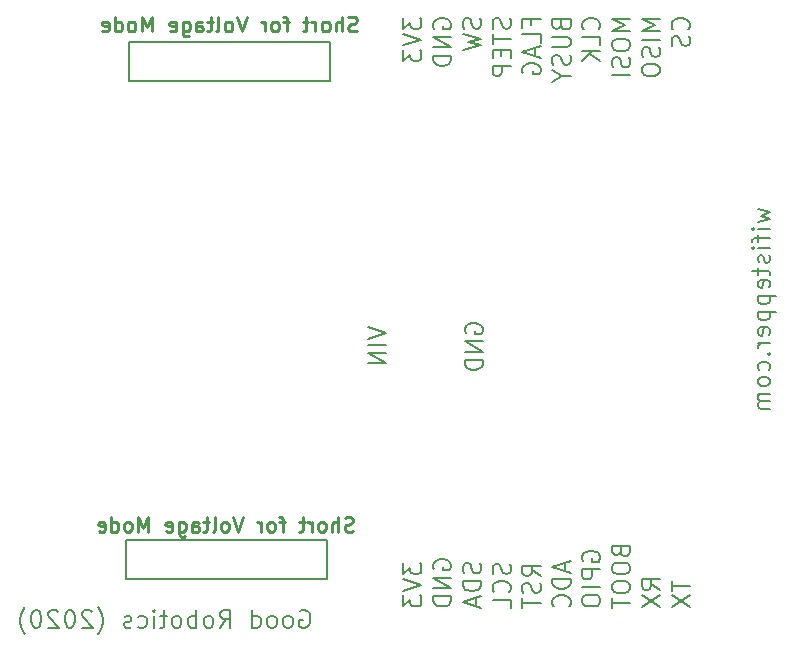
<source format=gbr>
G04 #@! TF.GenerationSoftware,KiCad,Pcbnew,5.1.5-52549c5~84~ubuntu18.04.1*
G04 #@! TF.CreationDate,2020-03-09T10:29:23-07:00*
G04 #@! TF.ProjectId,wifistepper,77696669-7374-4657-9070-65722e6b6963,rev?*
G04 #@! TF.SameCoordinates,Original*
G04 #@! TF.FileFunction,Legend,Bot*
G04 #@! TF.FilePolarity,Positive*
%FSLAX46Y46*%
G04 Gerber Fmt 4.6, Leading zero omitted, Abs format (unit mm)*
G04 Created by KiCad (PCBNEW 5.1.5-52549c5~84~ubuntu18.04.1) date 2020-03-09 10:29:23*
%MOMM*%
%LPD*%
G04 APERTURE LIST*
%ADD10C,0.200000*%
%ADD11C,0.225000*%
G04 APERTURE END LIST*
D10*
X108136571Y-81189785D02*
X109136571Y-81475500D01*
X108422285Y-81761214D01*
X109136571Y-82046928D01*
X108136571Y-82332642D01*
X109136571Y-82904071D02*
X108136571Y-82904071D01*
X107636571Y-82904071D02*
X107708000Y-82832642D01*
X107779428Y-82904071D01*
X107708000Y-82975500D01*
X107636571Y-82904071D01*
X107779428Y-82904071D01*
X108136571Y-83404071D02*
X108136571Y-83975500D01*
X109136571Y-83618357D02*
X107850857Y-83618357D01*
X107708000Y-83689785D01*
X107636571Y-83832642D01*
X107636571Y-83975500D01*
X109136571Y-84475500D02*
X108136571Y-84475500D01*
X107636571Y-84475500D02*
X107708000Y-84404071D01*
X107779428Y-84475500D01*
X107708000Y-84546928D01*
X107636571Y-84475500D01*
X107779428Y-84475500D01*
X109065142Y-85118357D02*
X109136571Y-85261214D01*
X109136571Y-85546928D01*
X109065142Y-85689785D01*
X108922285Y-85761214D01*
X108850857Y-85761214D01*
X108708000Y-85689785D01*
X108636571Y-85546928D01*
X108636571Y-85332642D01*
X108565142Y-85189785D01*
X108422285Y-85118357D01*
X108350857Y-85118357D01*
X108208000Y-85189785D01*
X108136571Y-85332642D01*
X108136571Y-85546928D01*
X108208000Y-85689785D01*
X108136571Y-86189785D02*
X108136571Y-86761214D01*
X107636571Y-86404071D02*
X108922285Y-86404071D01*
X109065142Y-86475500D01*
X109136571Y-86618357D01*
X109136571Y-86761214D01*
X109065142Y-87832642D02*
X109136571Y-87689785D01*
X109136571Y-87404071D01*
X109065142Y-87261214D01*
X108922285Y-87189785D01*
X108350857Y-87189785D01*
X108208000Y-87261214D01*
X108136571Y-87404071D01*
X108136571Y-87689785D01*
X108208000Y-87832642D01*
X108350857Y-87904071D01*
X108493714Y-87904071D01*
X108636571Y-87189785D01*
X108136571Y-88546928D02*
X109636571Y-88546928D01*
X108208000Y-88546928D02*
X108136571Y-88689785D01*
X108136571Y-88975500D01*
X108208000Y-89118357D01*
X108279428Y-89189785D01*
X108422285Y-89261214D01*
X108850857Y-89261214D01*
X108993714Y-89189785D01*
X109065142Y-89118357D01*
X109136571Y-88975500D01*
X109136571Y-88689785D01*
X109065142Y-88546928D01*
X108136571Y-89904071D02*
X109636571Y-89904071D01*
X108208000Y-89904071D02*
X108136571Y-90046928D01*
X108136571Y-90332642D01*
X108208000Y-90475500D01*
X108279428Y-90546928D01*
X108422285Y-90618357D01*
X108850857Y-90618357D01*
X108993714Y-90546928D01*
X109065142Y-90475500D01*
X109136571Y-90332642D01*
X109136571Y-90046928D01*
X109065142Y-89904071D01*
X109065142Y-91832642D02*
X109136571Y-91689785D01*
X109136571Y-91404071D01*
X109065142Y-91261214D01*
X108922285Y-91189785D01*
X108350857Y-91189785D01*
X108208000Y-91261214D01*
X108136571Y-91404071D01*
X108136571Y-91689785D01*
X108208000Y-91832642D01*
X108350857Y-91904071D01*
X108493714Y-91904071D01*
X108636571Y-91189785D01*
X109136571Y-92546928D02*
X108136571Y-92546928D01*
X108422285Y-92546928D02*
X108279428Y-92618357D01*
X108208000Y-92689785D01*
X108136571Y-92832642D01*
X108136571Y-92975500D01*
X108993714Y-93475500D02*
X109065142Y-93546928D01*
X109136571Y-93475500D01*
X109065142Y-93404071D01*
X108993714Y-93475500D01*
X109136571Y-93475500D01*
X109065142Y-94832642D02*
X109136571Y-94689785D01*
X109136571Y-94404071D01*
X109065142Y-94261214D01*
X108993714Y-94189785D01*
X108850857Y-94118357D01*
X108422285Y-94118357D01*
X108279428Y-94189785D01*
X108208000Y-94261214D01*
X108136571Y-94404071D01*
X108136571Y-94689785D01*
X108208000Y-94832642D01*
X109136571Y-95689785D02*
X109065142Y-95546928D01*
X108993714Y-95475500D01*
X108850857Y-95404071D01*
X108422285Y-95404071D01*
X108279428Y-95475500D01*
X108208000Y-95546928D01*
X108136571Y-95689785D01*
X108136571Y-95904071D01*
X108208000Y-96046928D01*
X108279428Y-96118357D01*
X108422285Y-96189785D01*
X108850857Y-96189785D01*
X108993714Y-96118357D01*
X109065142Y-96046928D01*
X109136571Y-95904071D01*
X109136571Y-95689785D01*
X109136571Y-96832642D02*
X108136571Y-96832642D01*
X108279428Y-96832642D02*
X108208000Y-96904071D01*
X108136571Y-97046928D01*
X108136571Y-97261214D01*
X108208000Y-97404071D01*
X108350857Y-97475500D01*
X109136571Y-97475500D01*
X108350857Y-97475500D02*
X108208000Y-97546928D01*
X108136571Y-97689785D01*
X108136571Y-97904071D01*
X108208000Y-98046928D01*
X108350857Y-98118357D01*
X109136571Y-98118357D01*
X75124571Y-91194142D02*
X76624571Y-91694142D01*
X75124571Y-92194142D01*
X76624571Y-92694142D02*
X75124571Y-92694142D01*
X76624571Y-93408428D02*
X75124571Y-93408428D01*
X76624571Y-94265571D01*
X75124571Y-94265571D01*
X83387500Y-91694142D02*
X83316071Y-91551285D01*
X83316071Y-91337000D01*
X83387500Y-91122714D01*
X83530357Y-90979857D01*
X83673214Y-90908428D01*
X83958928Y-90837000D01*
X84173214Y-90837000D01*
X84458928Y-90908428D01*
X84601785Y-90979857D01*
X84744642Y-91122714D01*
X84816071Y-91337000D01*
X84816071Y-91479857D01*
X84744642Y-91694142D01*
X84673214Y-91765571D01*
X84173214Y-91765571D01*
X84173214Y-91479857D01*
X84816071Y-92408428D02*
X83316071Y-92408428D01*
X84816071Y-93265571D01*
X83316071Y-93265571D01*
X84816071Y-93979857D02*
X83316071Y-93979857D01*
X83316071Y-94337000D01*
X83387500Y-94551285D01*
X83530357Y-94694142D01*
X83673214Y-94765571D01*
X83958928Y-94837000D01*
X84173214Y-94837000D01*
X84458928Y-94765571D01*
X84601785Y-94694142D01*
X84744642Y-94551285D01*
X84816071Y-94337000D01*
X84816071Y-93979857D01*
X78085690Y-111193928D02*
X78085690Y-112122500D01*
X78676166Y-111622500D01*
X78676166Y-111836785D01*
X78749976Y-111979642D01*
X78823785Y-112051071D01*
X78971404Y-112122500D01*
X79340452Y-112122500D01*
X79488071Y-112051071D01*
X79561880Y-111979642D01*
X79635690Y-111836785D01*
X79635690Y-111408214D01*
X79561880Y-111265357D01*
X79488071Y-111193928D01*
X78085690Y-112551071D02*
X79635690Y-113051071D01*
X78085690Y-113551071D01*
X78085690Y-113908214D02*
X78085690Y-114836785D01*
X78676166Y-114336785D01*
X78676166Y-114551071D01*
X78749976Y-114693928D01*
X78823785Y-114765357D01*
X78971404Y-114836785D01*
X79340452Y-114836785D01*
X79488071Y-114765357D01*
X79561880Y-114693928D01*
X79635690Y-114551071D01*
X79635690Y-114122500D01*
X79561880Y-113979642D01*
X79488071Y-113908214D01*
X80684500Y-111693928D02*
X80610690Y-111551071D01*
X80610690Y-111336785D01*
X80684500Y-111122500D01*
X80832119Y-110979642D01*
X80979738Y-110908214D01*
X81274976Y-110836785D01*
X81496404Y-110836785D01*
X81791642Y-110908214D01*
X81939261Y-110979642D01*
X82086880Y-111122500D01*
X82160690Y-111336785D01*
X82160690Y-111479642D01*
X82086880Y-111693928D01*
X82013071Y-111765357D01*
X81496404Y-111765357D01*
X81496404Y-111479642D01*
X82160690Y-112408214D02*
X80610690Y-112408214D01*
X82160690Y-113265357D01*
X80610690Y-113265357D01*
X82160690Y-113979642D02*
X80610690Y-113979642D01*
X80610690Y-114336785D01*
X80684500Y-114551071D01*
X80832119Y-114693928D01*
X80979738Y-114765357D01*
X81274976Y-114836785D01*
X81496404Y-114836785D01*
X81791642Y-114765357D01*
X81939261Y-114693928D01*
X82086880Y-114551071D01*
X82160690Y-114336785D01*
X82160690Y-113979642D01*
X84611880Y-111193928D02*
X84685690Y-111408214D01*
X84685690Y-111765357D01*
X84611880Y-111908214D01*
X84538071Y-111979642D01*
X84390452Y-112051071D01*
X84242833Y-112051071D01*
X84095214Y-111979642D01*
X84021404Y-111908214D01*
X83947595Y-111765357D01*
X83873785Y-111479642D01*
X83799976Y-111336785D01*
X83726166Y-111265357D01*
X83578547Y-111193928D01*
X83430928Y-111193928D01*
X83283309Y-111265357D01*
X83209500Y-111336785D01*
X83135690Y-111479642D01*
X83135690Y-111836785D01*
X83209500Y-112051071D01*
X84685690Y-112693928D02*
X83135690Y-112693928D01*
X83135690Y-113051071D01*
X83209500Y-113265357D01*
X83357119Y-113408214D01*
X83504738Y-113479642D01*
X83799976Y-113551071D01*
X84021404Y-113551071D01*
X84316642Y-113479642D01*
X84464261Y-113408214D01*
X84611880Y-113265357D01*
X84685690Y-113051071D01*
X84685690Y-112693928D01*
X84242833Y-114122500D02*
X84242833Y-114836785D01*
X84685690Y-113979642D02*
X83135690Y-114479642D01*
X84685690Y-114979642D01*
X87136880Y-111265357D02*
X87210690Y-111479642D01*
X87210690Y-111836785D01*
X87136880Y-111979642D01*
X87063071Y-112051071D01*
X86915452Y-112122500D01*
X86767833Y-112122500D01*
X86620214Y-112051071D01*
X86546404Y-111979642D01*
X86472595Y-111836785D01*
X86398785Y-111551071D01*
X86324976Y-111408214D01*
X86251166Y-111336785D01*
X86103547Y-111265357D01*
X85955928Y-111265357D01*
X85808309Y-111336785D01*
X85734500Y-111408214D01*
X85660690Y-111551071D01*
X85660690Y-111908214D01*
X85734500Y-112122500D01*
X87063071Y-113622500D02*
X87136880Y-113551071D01*
X87210690Y-113336785D01*
X87210690Y-113193928D01*
X87136880Y-112979642D01*
X86989261Y-112836785D01*
X86841642Y-112765357D01*
X86546404Y-112693928D01*
X86324976Y-112693928D01*
X86029738Y-112765357D01*
X85882119Y-112836785D01*
X85734500Y-112979642D01*
X85660690Y-113193928D01*
X85660690Y-113336785D01*
X85734500Y-113551071D01*
X85808309Y-113622500D01*
X87210690Y-114979642D02*
X87210690Y-114265357D01*
X85660690Y-114265357D01*
X89735690Y-112265357D02*
X88997595Y-111765357D01*
X89735690Y-111408214D02*
X88185690Y-111408214D01*
X88185690Y-111979642D01*
X88259500Y-112122500D01*
X88333309Y-112193928D01*
X88480928Y-112265357D01*
X88702357Y-112265357D01*
X88849976Y-112193928D01*
X88923785Y-112122500D01*
X88997595Y-111979642D01*
X88997595Y-111408214D01*
X89661880Y-112836785D02*
X89735690Y-113051071D01*
X89735690Y-113408214D01*
X89661880Y-113551071D01*
X89588071Y-113622500D01*
X89440452Y-113693928D01*
X89292833Y-113693928D01*
X89145214Y-113622500D01*
X89071404Y-113551071D01*
X88997595Y-113408214D01*
X88923785Y-113122500D01*
X88849976Y-112979642D01*
X88776166Y-112908214D01*
X88628547Y-112836785D01*
X88480928Y-112836785D01*
X88333309Y-112908214D01*
X88259500Y-112979642D01*
X88185690Y-113122500D01*
X88185690Y-113479642D01*
X88259500Y-113693928D01*
X88185690Y-114122500D02*
X88185690Y-114979642D01*
X89735690Y-114551071D02*
X88185690Y-114551071D01*
X91817833Y-111122500D02*
X91817833Y-111836785D01*
X92260690Y-110979642D02*
X90710690Y-111479642D01*
X92260690Y-111979642D01*
X92260690Y-112479642D02*
X90710690Y-112479642D01*
X90710690Y-112836785D01*
X90784500Y-113051071D01*
X90932119Y-113193928D01*
X91079738Y-113265357D01*
X91374976Y-113336785D01*
X91596404Y-113336785D01*
X91891642Y-113265357D01*
X92039261Y-113193928D01*
X92186880Y-113051071D01*
X92260690Y-112836785D01*
X92260690Y-112479642D01*
X92113071Y-114836785D02*
X92186880Y-114765357D01*
X92260690Y-114551071D01*
X92260690Y-114408214D01*
X92186880Y-114193928D01*
X92039261Y-114051071D01*
X91891642Y-113979642D01*
X91596404Y-113908214D01*
X91374976Y-113908214D01*
X91079738Y-113979642D01*
X90932119Y-114051071D01*
X90784500Y-114193928D01*
X90710690Y-114408214D01*
X90710690Y-114551071D01*
X90784500Y-114765357D01*
X90858309Y-114836785D01*
X93309500Y-110979642D02*
X93235690Y-110836785D01*
X93235690Y-110622500D01*
X93309500Y-110408214D01*
X93457119Y-110265357D01*
X93604738Y-110193928D01*
X93899976Y-110122500D01*
X94121404Y-110122500D01*
X94416642Y-110193928D01*
X94564261Y-110265357D01*
X94711880Y-110408214D01*
X94785690Y-110622500D01*
X94785690Y-110765357D01*
X94711880Y-110979642D01*
X94638071Y-111051071D01*
X94121404Y-111051071D01*
X94121404Y-110765357D01*
X94785690Y-111693928D02*
X93235690Y-111693928D01*
X93235690Y-112265357D01*
X93309500Y-112408214D01*
X93383309Y-112479642D01*
X93530928Y-112551071D01*
X93752357Y-112551071D01*
X93899976Y-112479642D01*
X93973785Y-112408214D01*
X94047595Y-112265357D01*
X94047595Y-111693928D01*
X94785690Y-113193928D02*
X93235690Y-113193928D01*
X93235690Y-114193928D02*
X93235690Y-114479642D01*
X93309500Y-114622500D01*
X93457119Y-114765357D01*
X93752357Y-114836785D01*
X94269023Y-114836785D01*
X94564261Y-114765357D01*
X94711880Y-114622500D01*
X94785690Y-114479642D01*
X94785690Y-114193928D01*
X94711880Y-114051071D01*
X94564261Y-113908214D01*
X94269023Y-113836785D01*
X93752357Y-113836785D01*
X93457119Y-113908214D01*
X93309500Y-114051071D01*
X93235690Y-114193928D01*
X96498785Y-110193928D02*
X96572595Y-110408214D01*
X96646404Y-110479642D01*
X96794023Y-110551071D01*
X97015452Y-110551071D01*
X97163071Y-110479642D01*
X97236880Y-110408214D01*
X97310690Y-110265357D01*
X97310690Y-109693928D01*
X95760690Y-109693928D01*
X95760690Y-110193928D01*
X95834500Y-110336785D01*
X95908309Y-110408214D01*
X96055928Y-110479642D01*
X96203547Y-110479642D01*
X96351166Y-110408214D01*
X96424976Y-110336785D01*
X96498785Y-110193928D01*
X96498785Y-109693928D01*
X95760690Y-111479642D02*
X95760690Y-111765357D01*
X95834500Y-111908214D01*
X95982119Y-112051071D01*
X96277357Y-112122500D01*
X96794023Y-112122500D01*
X97089261Y-112051071D01*
X97236880Y-111908214D01*
X97310690Y-111765357D01*
X97310690Y-111479642D01*
X97236880Y-111336785D01*
X97089261Y-111193928D01*
X96794023Y-111122500D01*
X96277357Y-111122500D01*
X95982119Y-111193928D01*
X95834500Y-111336785D01*
X95760690Y-111479642D01*
X95760690Y-113051071D02*
X95760690Y-113336785D01*
X95834500Y-113479642D01*
X95982119Y-113622500D01*
X96277357Y-113693928D01*
X96794023Y-113693928D01*
X97089261Y-113622500D01*
X97236880Y-113479642D01*
X97310690Y-113336785D01*
X97310690Y-113051071D01*
X97236880Y-112908214D01*
X97089261Y-112765357D01*
X96794023Y-112693928D01*
X96277357Y-112693928D01*
X95982119Y-112765357D01*
X95834500Y-112908214D01*
X95760690Y-113051071D01*
X95760690Y-114122500D02*
X95760690Y-114979642D01*
X97310690Y-114551071D02*
X95760690Y-114551071D01*
X99835690Y-113408214D02*
X99097595Y-112908214D01*
X99835690Y-112551071D02*
X98285690Y-112551071D01*
X98285690Y-113122500D01*
X98359500Y-113265357D01*
X98433309Y-113336785D01*
X98580928Y-113408214D01*
X98802357Y-113408214D01*
X98949976Y-113336785D01*
X99023785Y-113265357D01*
X99097595Y-113122500D01*
X99097595Y-112551071D01*
X98285690Y-113908214D02*
X99835690Y-114908214D01*
X98285690Y-114908214D02*
X99835690Y-113908214D01*
X100810690Y-112693928D02*
X100810690Y-113551071D01*
X102360690Y-113122500D02*
X100810690Y-113122500D01*
X100810690Y-113908214D02*
X102360690Y-114908214D01*
X100810690Y-114908214D02*
X102360690Y-113908214D01*
X78085690Y-64987285D02*
X78085690Y-65915857D01*
X78676166Y-65415857D01*
X78676166Y-65630142D01*
X78749976Y-65773000D01*
X78823785Y-65844428D01*
X78971404Y-65915857D01*
X79340452Y-65915857D01*
X79488071Y-65844428D01*
X79561880Y-65773000D01*
X79635690Y-65630142D01*
X79635690Y-65201571D01*
X79561880Y-65058714D01*
X79488071Y-64987285D01*
X78085690Y-66344428D02*
X79635690Y-66844428D01*
X78085690Y-67344428D01*
X78085690Y-67701571D02*
X78085690Y-68630142D01*
X78676166Y-68130142D01*
X78676166Y-68344428D01*
X78749976Y-68487285D01*
X78823785Y-68558714D01*
X78971404Y-68630142D01*
X79340452Y-68630142D01*
X79488071Y-68558714D01*
X79561880Y-68487285D01*
X79635690Y-68344428D01*
X79635690Y-67915857D01*
X79561880Y-67773000D01*
X79488071Y-67701571D01*
X80684500Y-65915857D02*
X80610690Y-65773000D01*
X80610690Y-65558714D01*
X80684500Y-65344428D01*
X80832119Y-65201571D01*
X80979738Y-65130142D01*
X81274976Y-65058714D01*
X81496404Y-65058714D01*
X81791642Y-65130142D01*
X81939261Y-65201571D01*
X82086880Y-65344428D01*
X82160690Y-65558714D01*
X82160690Y-65701571D01*
X82086880Y-65915857D01*
X82013071Y-65987285D01*
X81496404Y-65987285D01*
X81496404Y-65701571D01*
X82160690Y-66630142D02*
X80610690Y-66630142D01*
X82160690Y-67487285D01*
X80610690Y-67487285D01*
X82160690Y-68201571D02*
X80610690Y-68201571D01*
X80610690Y-68558714D01*
X80684500Y-68773000D01*
X80832119Y-68915857D01*
X80979738Y-68987285D01*
X81274976Y-69058714D01*
X81496404Y-69058714D01*
X81791642Y-68987285D01*
X81939261Y-68915857D01*
X82086880Y-68773000D01*
X82160690Y-68558714D01*
X82160690Y-68201571D01*
X84611880Y-65058714D02*
X84685690Y-65273000D01*
X84685690Y-65630142D01*
X84611880Y-65773000D01*
X84538071Y-65844428D01*
X84390452Y-65915857D01*
X84242833Y-65915857D01*
X84095214Y-65844428D01*
X84021404Y-65773000D01*
X83947595Y-65630142D01*
X83873785Y-65344428D01*
X83799976Y-65201571D01*
X83726166Y-65130142D01*
X83578547Y-65058714D01*
X83430928Y-65058714D01*
X83283309Y-65130142D01*
X83209500Y-65201571D01*
X83135690Y-65344428D01*
X83135690Y-65701571D01*
X83209500Y-65915857D01*
X83135690Y-66415857D02*
X84685690Y-66773000D01*
X83578547Y-67058714D01*
X84685690Y-67344428D01*
X83135690Y-67701571D01*
X87136880Y-65058714D02*
X87210690Y-65273000D01*
X87210690Y-65630142D01*
X87136880Y-65773000D01*
X87063071Y-65844428D01*
X86915452Y-65915857D01*
X86767833Y-65915857D01*
X86620214Y-65844428D01*
X86546404Y-65773000D01*
X86472595Y-65630142D01*
X86398785Y-65344428D01*
X86324976Y-65201571D01*
X86251166Y-65130142D01*
X86103547Y-65058714D01*
X85955928Y-65058714D01*
X85808309Y-65130142D01*
X85734500Y-65201571D01*
X85660690Y-65344428D01*
X85660690Y-65701571D01*
X85734500Y-65915857D01*
X85660690Y-66344428D02*
X85660690Y-67201571D01*
X87210690Y-66773000D02*
X85660690Y-66773000D01*
X86398785Y-67701571D02*
X86398785Y-68201571D01*
X87210690Y-68415857D02*
X87210690Y-67701571D01*
X85660690Y-67701571D01*
X85660690Y-68415857D01*
X87210690Y-69058714D02*
X85660690Y-69058714D01*
X85660690Y-69630142D01*
X85734500Y-69773000D01*
X85808309Y-69844428D01*
X85955928Y-69915857D01*
X86177357Y-69915857D01*
X86324976Y-69844428D01*
X86398785Y-69773000D01*
X86472595Y-69630142D01*
X86472595Y-69058714D01*
X88923785Y-65630142D02*
X88923785Y-65130142D01*
X89735690Y-65130142D02*
X88185690Y-65130142D01*
X88185690Y-65844428D01*
X89735690Y-67130142D02*
X89735690Y-66415857D01*
X88185690Y-66415857D01*
X89292833Y-67558714D02*
X89292833Y-68273000D01*
X89735690Y-67415857D02*
X88185690Y-67915857D01*
X89735690Y-68415857D01*
X88259500Y-69701571D02*
X88185690Y-69558714D01*
X88185690Y-69344428D01*
X88259500Y-69130142D01*
X88407119Y-68987285D01*
X88554738Y-68915857D01*
X88849976Y-68844428D01*
X89071404Y-68844428D01*
X89366642Y-68915857D01*
X89514261Y-68987285D01*
X89661880Y-69130142D01*
X89735690Y-69344428D01*
X89735690Y-69487285D01*
X89661880Y-69701571D01*
X89588071Y-69773000D01*
X89071404Y-69773000D01*
X89071404Y-69487285D01*
X91448785Y-65630142D02*
X91522595Y-65844428D01*
X91596404Y-65915857D01*
X91744023Y-65987285D01*
X91965452Y-65987285D01*
X92113071Y-65915857D01*
X92186880Y-65844428D01*
X92260690Y-65701571D01*
X92260690Y-65130142D01*
X90710690Y-65130142D01*
X90710690Y-65630142D01*
X90784500Y-65773000D01*
X90858309Y-65844428D01*
X91005928Y-65915857D01*
X91153547Y-65915857D01*
X91301166Y-65844428D01*
X91374976Y-65773000D01*
X91448785Y-65630142D01*
X91448785Y-65130142D01*
X90710690Y-66630142D02*
X91965452Y-66630142D01*
X92113071Y-66701571D01*
X92186880Y-66773000D01*
X92260690Y-66915857D01*
X92260690Y-67201571D01*
X92186880Y-67344428D01*
X92113071Y-67415857D01*
X91965452Y-67487285D01*
X90710690Y-67487285D01*
X92186880Y-68130142D02*
X92260690Y-68344428D01*
X92260690Y-68701571D01*
X92186880Y-68844428D01*
X92113071Y-68915857D01*
X91965452Y-68987285D01*
X91817833Y-68987285D01*
X91670214Y-68915857D01*
X91596404Y-68844428D01*
X91522595Y-68701571D01*
X91448785Y-68415857D01*
X91374976Y-68273000D01*
X91301166Y-68201571D01*
X91153547Y-68130142D01*
X91005928Y-68130142D01*
X90858309Y-68201571D01*
X90784500Y-68273000D01*
X90710690Y-68415857D01*
X90710690Y-68773000D01*
X90784500Y-68987285D01*
X91522595Y-69915857D02*
X92260690Y-69915857D01*
X90710690Y-69415857D02*
X91522595Y-69915857D01*
X90710690Y-70415857D01*
X94638071Y-65987285D02*
X94711880Y-65915857D01*
X94785690Y-65701571D01*
X94785690Y-65558714D01*
X94711880Y-65344428D01*
X94564261Y-65201571D01*
X94416642Y-65130142D01*
X94121404Y-65058714D01*
X93899976Y-65058714D01*
X93604738Y-65130142D01*
X93457119Y-65201571D01*
X93309500Y-65344428D01*
X93235690Y-65558714D01*
X93235690Y-65701571D01*
X93309500Y-65915857D01*
X93383309Y-65987285D01*
X94785690Y-67344428D02*
X94785690Y-66630142D01*
X93235690Y-66630142D01*
X94785690Y-67844428D02*
X93235690Y-67844428D01*
X94785690Y-68701571D02*
X93899976Y-68058714D01*
X93235690Y-68701571D02*
X94121404Y-67844428D01*
X97310690Y-65130142D02*
X95760690Y-65130142D01*
X96867833Y-65630142D01*
X95760690Y-66130142D01*
X97310690Y-66130142D01*
X95760690Y-67130142D02*
X95760690Y-67415857D01*
X95834500Y-67558714D01*
X95982119Y-67701571D01*
X96277357Y-67773000D01*
X96794023Y-67773000D01*
X97089261Y-67701571D01*
X97236880Y-67558714D01*
X97310690Y-67415857D01*
X97310690Y-67130142D01*
X97236880Y-66987285D01*
X97089261Y-66844428D01*
X96794023Y-66773000D01*
X96277357Y-66773000D01*
X95982119Y-66844428D01*
X95834500Y-66987285D01*
X95760690Y-67130142D01*
X97236880Y-68344428D02*
X97310690Y-68558714D01*
X97310690Y-68915857D01*
X97236880Y-69058714D01*
X97163071Y-69130142D01*
X97015452Y-69201571D01*
X96867833Y-69201571D01*
X96720214Y-69130142D01*
X96646404Y-69058714D01*
X96572595Y-68915857D01*
X96498785Y-68630142D01*
X96424976Y-68487285D01*
X96351166Y-68415857D01*
X96203547Y-68344428D01*
X96055928Y-68344428D01*
X95908309Y-68415857D01*
X95834500Y-68487285D01*
X95760690Y-68630142D01*
X95760690Y-68987285D01*
X95834500Y-69201571D01*
X97310690Y-69844428D02*
X95760690Y-69844428D01*
X99835690Y-65130142D02*
X98285690Y-65130142D01*
X99392833Y-65630142D01*
X98285690Y-66130142D01*
X99835690Y-66130142D01*
X99835690Y-66844428D02*
X98285690Y-66844428D01*
X99761880Y-67487285D02*
X99835690Y-67701571D01*
X99835690Y-68058714D01*
X99761880Y-68201571D01*
X99688071Y-68273000D01*
X99540452Y-68344428D01*
X99392833Y-68344428D01*
X99245214Y-68273000D01*
X99171404Y-68201571D01*
X99097595Y-68058714D01*
X99023785Y-67773000D01*
X98949976Y-67630142D01*
X98876166Y-67558714D01*
X98728547Y-67487285D01*
X98580928Y-67487285D01*
X98433309Y-67558714D01*
X98359500Y-67630142D01*
X98285690Y-67773000D01*
X98285690Y-68130142D01*
X98359500Y-68344428D01*
X98285690Y-69273000D02*
X98285690Y-69558714D01*
X98359500Y-69701571D01*
X98507119Y-69844428D01*
X98802357Y-69915857D01*
X99319023Y-69915857D01*
X99614261Y-69844428D01*
X99761880Y-69701571D01*
X99835690Y-69558714D01*
X99835690Y-69273000D01*
X99761880Y-69130142D01*
X99614261Y-68987285D01*
X99319023Y-68915857D01*
X98802357Y-68915857D01*
X98507119Y-68987285D01*
X98359500Y-69130142D01*
X98285690Y-69273000D01*
X102213071Y-65987285D02*
X102286880Y-65915857D01*
X102360690Y-65701571D01*
X102360690Y-65558714D01*
X102286880Y-65344428D01*
X102139261Y-65201571D01*
X101991642Y-65130142D01*
X101696404Y-65058714D01*
X101474976Y-65058714D01*
X101179738Y-65130142D01*
X101032119Y-65201571D01*
X100884500Y-65344428D01*
X100810690Y-65558714D01*
X100810690Y-65701571D01*
X100884500Y-65915857D01*
X100958309Y-65987285D01*
X102286880Y-66558714D02*
X102360690Y-66773000D01*
X102360690Y-67130142D01*
X102286880Y-67273000D01*
X102213071Y-67344428D01*
X102065452Y-67415857D01*
X101917833Y-67415857D01*
X101770214Y-67344428D01*
X101696404Y-67273000D01*
X101622595Y-67130142D01*
X101548785Y-66844428D01*
X101474976Y-66701571D01*
X101401166Y-66630142D01*
X101253547Y-66558714D01*
X101105928Y-66558714D01*
X100958309Y-66630142D01*
X100884500Y-66701571D01*
X100810690Y-66844428D01*
X100810690Y-67201571D01*
X100884500Y-67415857D01*
D11*
X73859071Y-108455952D02*
X73680500Y-108515476D01*
X73382880Y-108515476D01*
X73263833Y-108455952D01*
X73204309Y-108396428D01*
X73144785Y-108277380D01*
X73144785Y-108158333D01*
X73204309Y-108039285D01*
X73263833Y-107979761D01*
X73382880Y-107920238D01*
X73620976Y-107860714D01*
X73740023Y-107801190D01*
X73799547Y-107741666D01*
X73859071Y-107622619D01*
X73859071Y-107503571D01*
X73799547Y-107384523D01*
X73740023Y-107325000D01*
X73620976Y-107265476D01*
X73323357Y-107265476D01*
X73144785Y-107325000D01*
X72609071Y-108515476D02*
X72609071Y-107265476D01*
X72073357Y-108515476D02*
X72073357Y-107860714D01*
X72132880Y-107741666D01*
X72251928Y-107682142D01*
X72430500Y-107682142D01*
X72549547Y-107741666D01*
X72609071Y-107801190D01*
X71299547Y-108515476D02*
X71418595Y-108455952D01*
X71478119Y-108396428D01*
X71537642Y-108277380D01*
X71537642Y-107920238D01*
X71478119Y-107801190D01*
X71418595Y-107741666D01*
X71299547Y-107682142D01*
X71120976Y-107682142D01*
X71001928Y-107741666D01*
X70942404Y-107801190D01*
X70882880Y-107920238D01*
X70882880Y-108277380D01*
X70942404Y-108396428D01*
X71001928Y-108455952D01*
X71120976Y-108515476D01*
X71299547Y-108515476D01*
X70347166Y-108515476D02*
X70347166Y-107682142D01*
X70347166Y-107920238D02*
X70287642Y-107801190D01*
X70228119Y-107741666D01*
X70109071Y-107682142D01*
X69990023Y-107682142D01*
X69751928Y-107682142D02*
X69275738Y-107682142D01*
X69573357Y-107265476D02*
X69573357Y-108336904D01*
X69513833Y-108455952D01*
X69394785Y-108515476D01*
X69275738Y-108515476D01*
X68085261Y-107682142D02*
X67609071Y-107682142D01*
X67906690Y-108515476D02*
X67906690Y-107444047D01*
X67847166Y-107325000D01*
X67728119Y-107265476D01*
X67609071Y-107265476D01*
X67013833Y-108515476D02*
X67132880Y-108455952D01*
X67192404Y-108396428D01*
X67251928Y-108277380D01*
X67251928Y-107920238D01*
X67192404Y-107801190D01*
X67132880Y-107741666D01*
X67013833Y-107682142D01*
X66835261Y-107682142D01*
X66716214Y-107741666D01*
X66656690Y-107801190D01*
X66597166Y-107920238D01*
X66597166Y-108277380D01*
X66656690Y-108396428D01*
X66716214Y-108455952D01*
X66835261Y-108515476D01*
X67013833Y-108515476D01*
X66061452Y-108515476D02*
X66061452Y-107682142D01*
X66061452Y-107920238D02*
X66001928Y-107801190D01*
X65942404Y-107741666D01*
X65823357Y-107682142D01*
X65704309Y-107682142D01*
X64513833Y-107265476D02*
X64097166Y-108515476D01*
X63680500Y-107265476D01*
X63085261Y-108515476D02*
X63204309Y-108455952D01*
X63263833Y-108396428D01*
X63323357Y-108277380D01*
X63323357Y-107920238D01*
X63263833Y-107801190D01*
X63204309Y-107741666D01*
X63085261Y-107682142D01*
X62906690Y-107682142D01*
X62787642Y-107741666D01*
X62728119Y-107801190D01*
X62668595Y-107920238D01*
X62668595Y-108277380D01*
X62728119Y-108396428D01*
X62787642Y-108455952D01*
X62906690Y-108515476D01*
X63085261Y-108515476D01*
X61954309Y-108515476D02*
X62073357Y-108455952D01*
X62132880Y-108336904D01*
X62132880Y-107265476D01*
X61656690Y-107682142D02*
X61180500Y-107682142D01*
X61478119Y-107265476D02*
X61478119Y-108336904D01*
X61418595Y-108455952D01*
X61299547Y-108515476D01*
X61180500Y-108515476D01*
X60228119Y-108515476D02*
X60228119Y-107860714D01*
X60287642Y-107741666D01*
X60406690Y-107682142D01*
X60644785Y-107682142D01*
X60763833Y-107741666D01*
X60228119Y-108455952D02*
X60347166Y-108515476D01*
X60644785Y-108515476D01*
X60763833Y-108455952D01*
X60823357Y-108336904D01*
X60823357Y-108217857D01*
X60763833Y-108098809D01*
X60644785Y-108039285D01*
X60347166Y-108039285D01*
X60228119Y-107979761D01*
X59097166Y-107682142D02*
X59097166Y-108694047D01*
X59156690Y-108813095D01*
X59216214Y-108872619D01*
X59335261Y-108932142D01*
X59513833Y-108932142D01*
X59632880Y-108872619D01*
X59097166Y-108455952D02*
X59216214Y-108515476D01*
X59454309Y-108515476D01*
X59573357Y-108455952D01*
X59632880Y-108396428D01*
X59692404Y-108277380D01*
X59692404Y-107920238D01*
X59632880Y-107801190D01*
X59573357Y-107741666D01*
X59454309Y-107682142D01*
X59216214Y-107682142D01*
X59097166Y-107741666D01*
X58025738Y-108455952D02*
X58144785Y-108515476D01*
X58382880Y-108515476D01*
X58501928Y-108455952D01*
X58561452Y-108336904D01*
X58561452Y-107860714D01*
X58501928Y-107741666D01*
X58382880Y-107682142D01*
X58144785Y-107682142D01*
X58025738Y-107741666D01*
X57966214Y-107860714D01*
X57966214Y-107979761D01*
X58561452Y-108098809D01*
X56478119Y-108515476D02*
X56478119Y-107265476D01*
X56061452Y-108158333D01*
X55644785Y-107265476D01*
X55644785Y-108515476D01*
X54870976Y-108515476D02*
X54990023Y-108455952D01*
X55049547Y-108396428D01*
X55109071Y-108277380D01*
X55109071Y-107920238D01*
X55049547Y-107801190D01*
X54990023Y-107741666D01*
X54870976Y-107682142D01*
X54692404Y-107682142D01*
X54573357Y-107741666D01*
X54513833Y-107801190D01*
X54454309Y-107920238D01*
X54454309Y-108277380D01*
X54513833Y-108396428D01*
X54573357Y-108455952D01*
X54692404Y-108515476D01*
X54870976Y-108515476D01*
X53382880Y-108515476D02*
X53382880Y-107265476D01*
X53382880Y-108455952D02*
X53501928Y-108515476D01*
X53740023Y-108515476D01*
X53859071Y-108455952D01*
X53918595Y-108396428D01*
X53978119Y-108277380D01*
X53978119Y-107920238D01*
X53918595Y-107801190D01*
X53859071Y-107741666D01*
X53740023Y-107682142D01*
X53501928Y-107682142D01*
X53382880Y-107741666D01*
X52311452Y-108455952D02*
X52430500Y-108515476D01*
X52668595Y-108515476D01*
X52787642Y-108455952D01*
X52847166Y-108336904D01*
X52847166Y-107860714D01*
X52787642Y-107741666D01*
X52668595Y-107682142D01*
X52430500Y-107682142D01*
X52311452Y-107741666D01*
X52251928Y-107860714D01*
X52251928Y-107979761D01*
X52847166Y-108098809D01*
X74176571Y-66101452D02*
X73998000Y-66160976D01*
X73700380Y-66160976D01*
X73581333Y-66101452D01*
X73521809Y-66041928D01*
X73462285Y-65922880D01*
X73462285Y-65803833D01*
X73521809Y-65684785D01*
X73581333Y-65625261D01*
X73700380Y-65565738D01*
X73938476Y-65506214D01*
X74057523Y-65446690D01*
X74117047Y-65387166D01*
X74176571Y-65268119D01*
X74176571Y-65149071D01*
X74117047Y-65030023D01*
X74057523Y-64970500D01*
X73938476Y-64910976D01*
X73640857Y-64910976D01*
X73462285Y-64970500D01*
X72926571Y-66160976D02*
X72926571Y-64910976D01*
X72390857Y-66160976D02*
X72390857Y-65506214D01*
X72450380Y-65387166D01*
X72569428Y-65327642D01*
X72748000Y-65327642D01*
X72867047Y-65387166D01*
X72926571Y-65446690D01*
X71617047Y-66160976D02*
X71736095Y-66101452D01*
X71795619Y-66041928D01*
X71855142Y-65922880D01*
X71855142Y-65565738D01*
X71795619Y-65446690D01*
X71736095Y-65387166D01*
X71617047Y-65327642D01*
X71438476Y-65327642D01*
X71319428Y-65387166D01*
X71259904Y-65446690D01*
X71200380Y-65565738D01*
X71200380Y-65922880D01*
X71259904Y-66041928D01*
X71319428Y-66101452D01*
X71438476Y-66160976D01*
X71617047Y-66160976D01*
X70664666Y-66160976D02*
X70664666Y-65327642D01*
X70664666Y-65565738D02*
X70605142Y-65446690D01*
X70545619Y-65387166D01*
X70426571Y-65327642D01*
X70307523Y-65327642D01*
X70069428Y-65327642D02*
X69593238Y-65327642D01*
X69890857Y-64910976D02*
X69890857Y-65982404D01*
X69831333Y-66101452D01*
X69712285Y-66160976D01*
X69593238Y-66160976D01*
X68402761Y-65327642D02*
X67926571Y-65327642D01*
X68224190Y-66160976D02*
X68224190Y-65089547D01*
X68164666Y-64970500D01*
X68045619Y-64910976D01*
X67926571Y-64910976D01*
X67331333Y-66160976D02*
X67450380Y-66101452D01*
X67509904Y-66041928D01*
X67569428Y-65922880D01*
X67569428Y-65565738D01*
X67509904Y-65446690D01*
X67450380Y-65387166D01*
X67331333Y-65327642D01*
X67152761Y-65327642D01*
X67033714Y-65387166D01*
X66974190Y-65446690D01*
X66914666Y-65565738D01*
X66914666Y-65922880D01*
X66974190Y-66041928D01*
X67033714Y-66101452D01*
X67152761Y-66160976D01*
X67331333Y-66160976D01*
X66378952Y-66160976D02*
X66378952Y-65327642D01*
X66378952Y-65565738D02*
X66319428Y-65446690D01*
X66259904Y-65387166D01*
X66140857Y-65327642D01*
X66021809Y-65327642D01*
X64831333Y-64910976D02*
X64414666Y-66160976D01*
X63998000Y-64910976D01*
X63402761Y-66160976D02*
X63521809Y-66101452D01*
X63581333Y-66041928D01*
X63640857Y-65922880D01*
X63640857Y-65565738D01*
X63581333Y-65446690D01*
X63521809Y-65387166D01*
X63402761Y-65327642D01*
X63224190Y-65327642D01*
X63105142Y-65387166D01*
X63045619Y-65446690D01*
X62986095Y-65565738D01*
X62986095Y-65922880D01*
X63045619Y-66041928D01*
X63105142Y-66101452D01*
X63224190Y-66160976D01*
X63402761Y-66160976D01*
X62271809Y-66160976D02*
X62390857Y-66101452D01*
X62450380Y-65982404D01*
X62450380Y-64910976D01*
X61974190Y-65327642D02*
X61498000Y-65327642D01*
X61795619Y-64910976D02*
X61795619Y-65982404D01*
X61736095Y-66101452D01*
X61617047Y-66160976D01*
X61498000Y-66160976D01*
X60545619Y-66160976D02*
X60545619Y-65506214D01*
X60605142Y-65387166D01*
X60724190Y-65327642D01*
X60962285Y-65327642D01*
X61081333Y-65387166D01*
X60545619Y-66101452D02*
X60664666Y-66160976D01*
X60962285Y-66160976D01*
X61081333Y-66101452D01*
X61140857Y-65982404D01*
X61140857Y-65863357D01*
X61081333Y-65744309D01*
X60962285Y-65684785D01*
X60664666Y-65684785D01*
X60545619Y-65625261D01*
X59414666Y-65327642D02*
X59414666Y-66339547D01*
X59474190Y-66458595D01*
X59533714Y-66518119D01*
X59652761Y-66577642D01*
X59831333Y-66577642D01*
X59950380Y-66518119D01*
X59414666Y-66101452D02*
X59533714Y-66160976D01*
X59771809Y-66160976D01*
X59890857Y-66101452D01*
X59950380Y-66041928D01*
X60009904Y-65922880D01*
X60009904Y-65565738D01*
X59950380Y-65446690D01*
X59890857Y-65387166D01*
X59771809Y-65327642D01*
X59533714Y-65327642D01*
X59414666Y-65387166D01*
X58343238Y-66101452D02*
X58462285Y-66160976D01*
X58700380Y-66160976D01*
X58819428Y-66101452D01*
X58878952Y-65982404D01*
X58878952Y-65506214D01*
X58819428Y-65387166D01*
X58700380Y-65327642D01*
X58462285Y-65327642D01*
X58343238Y-65387166D01*
X58283714Y-65506214D01*
X58283714Y-65625261D01*
X58878952Y-65744309D01*
X56795619Y-66160976D02*
X56795619Y-64910976D01*
X56378952Y-65803833D01*
X55962285Y-64910976D01*
X55962285Y-66160976D01*
X55188476Y-66160976D02*
X55307523Y-66101452D01*
X55367047Y-66041928D01*
X55426571Y-65922880D01*
X55426571Y-65565738D01*
X55367047Y-65446690D01*
X55307523Y-65387166D01*
X55188476Y-65327642D01*
X55009904Y-65327642D01*
X54890857Y-65387166D01*
X54831333Y-65446690D01*
X54771809Y-65565738D01*
X54771809Y-65922880D01*
X54831333Y-66041928D01*
X54890857Y-66101452D01*
X55009904Y-66160976D01*
X55188476Y-66160976D01*
X53700380Y-66160976D02*
X53700380Y-64910976D01*
X53700380Y-66101452D02*
X53819428Y-66160976D01*
X54057523Y-66160976D01*
X54176571Y-66101452D01*
X54236095Y-66041928D01*
X54295619Y-65922880D01*
X54295619Y-65565738D01*
X54236095Y-65446690D01*
X54176571Y-65387166D01*
X54057523Y-65327642D01*
X53819428Y-65327642D01*
X53700380Y-65387166D01*
X52628952Y-66101452D02*
X52748000Y-66160976D01*
X52986095Y-66160976D01*
X53105142Y-66101452D01*
X53164666Y-65982404D01*
X53164666Y-65506214D01*
X53105142Y-65387166D01*
X52986095Y-65327642D01*
X52748000Y-65327642D01*
X52628952Y-65387166D01*
X52569428Y-65506214D01*
X52569428Y-65625261D01*
X53164666Y-65744309D01*
D10*
X71628000Y-112522000D02*
X54610000Y-112522000D01*
X54610000Y-109220000D02*
X71628000Y-109220000D01*
X71628000Y-109220000D02*
X71628000Y-112522000D01*
X54610000Y-112522000D02*
X54610000Y-109220000D01*
X54864000Y-70358000D02*
X54864000Y-67056000D01*
X71882000Y-70358000D02*
X54864000Y-70358000D01*
X71882000Y-67056000D02*
X71882000Y-70358000D01*
X54864000Y-67056000D02*
X71882000Y-67056000D01*
X69376285Y-115201000D02*
X69519142Y-115129571D01*
X69733428Y-115129571D01*
X69947714Y-115201000D01*
X70090571Y-115343857D01*
X70162000Y-115486714D01*
X70233428Y-115772428D01*
X70233428Y-115986714D01*
X70162000Y-116272428D01*
X70090571Y-116415285D01*
X69947714Y-116558142D01*
X69733428Y-116629571D01*
X69590571Y-116629571D01*
X69376285Y-116558142D01*
X69304857Y-116486714D01*
X69304857Y-115986714D01*
X69590571Y-115986714D01*
X68447714Y-116629571D02*
X68590571Y-116558142D01*
X68662000Y-116486714D01*
X68733428Y-116343857D01*
X68733428Y-115915285D01*
X68662000Y-115772428D01*
X68590571Y-115701000D01*
X68447714Y-115629571D01*
X68233428Y-115629571D01*
X68090571Y-115701000D01*
X68019142Y-115772428D01*
X67947714Y-115915285D01*
X67947714Y-116343857D01*
X68019142Y-116486714D01*
X68090571Y-116558142D01*
X68233428Y-116629571D01*
X68447714Y-116629571D01*
X67090571Y-116629571D02*
X67233428Y-116558142D01*
X67304857Y-116486714D01*
X67376285Y-116343857D01*
X67376285Y-115915285D01*
X67304857Y-115772428D01*
X67233428Y-115701000D01*
X67090571Y-115629571D01*
X66876285Y-115629571D01*
X66733428Y-115701000D01*
X66662000Y-115772428D01*
X66590571Y-115915285D01*
X66590571Y-116343857D01*
X66662000Y-116486714D01*
X66733428Y-116558142D01*
X66876285Y-116629571D01*
X67090571Y-116629571D01*
X65304857Y-116629571D02*
X65304857Y-115129571D01*
X65304857Y-116558142D02*
X65447714Y-116629571D01*
X65733428Y-116629571D01*
X65876285Y-116558142D01*
X65947714Y-116486714D01*
X66019142Y-116343857D01*
X66019142Y-115915285D01*
X65947714Y-115772428D01*
X65876285Y-115701000D01*
X65733428Y-115629571D01*
X65447714Y-115629571D01*
X65304857Y-115701000D01*
X62590571Y-116629571D02*
X63090571Y-115915285D01*
X63447714Y-116629571D02*
X63447714Y-115129571D01*
X62876285Y-115129571D01*
X62733428Y-115201000D01*
X62662000Y-115272428D01*
X62590571Y-115415285D01*
X62590571Y-115629571D01*
X62662000Y-115772428D01*
X62733428Y-115843857D01*
X62876285Y-115915285D01*
X63447714Y-115915285D01*
X61733428Y-116629571D02*
X61876285Y-116558142D01*
X61947714Y-116486714D01*
X62019142Y-116343857D01*
X62019142Y-115915285D01*
X61947714Y-115772428D01*
X61876285Y-115701000D01*
X61733428Y-115629571D01*
X61519142Y-115629571D01*
X61376285Y-115701000D01*
X61304857Y-115772428D01*
X61233428Y-115915285D01*
X61233428Y-116343857D01*
X61304857Y-116486714D01*
X61376285Y-116558142D01*
X61519142Y-116629571D01*
X61733428Y-116629571D01*
X60590571Y-116629571D02*
X60590571Y-115129571D01*
X60590571Y-115701000D02*
X60447714Y-115629571D01*
X60162000Y-115629571D01*
X60019142Y-115701000D01*
X59947714Y-115772428D01*
X59876285Y-115915285D01*
X59876285Y-116343857D01*
X59947714Y-116486714D01*
X60019142Y-116558142D01*
X60162000Y-116629571D01*
X60447714Y-116629571D01*
X60590571Y-116558142D01*
X59019142Y-116629571D02*
X59162000Y-116558142D01*
X59233428Y-116486714D01*
X59304857Y-116343857D01*
X59304857Y-115915285D01*
X59233428Y-115772428D01*
X59162000Y-115701000D01*
X59019142Y-115629571D01*
X58804857Y-115629571D01*
X58662000Y-115701000D01*
X58590571Y-115772428D01*
X58519142Y-115915285D01*
X58519142Y-116343857D01*
X58590571Y-116486714D01*
X58662000Y-116558142D01*
X58804857Y-116629571D01*
X59019142Y-116629571D01*
X58090571Y-115629571D02*
X57519142Y-115629571D01*
X57876285Y-115129571D02*
X57876285Y-116415285D01*
X57804857Y-116558142D01*
X57662000Y-116629571D01*
X57519142Y-116629571D01*
X57019142Y-116629571D02*
X57019142Y-115629571D01*
X57019142Y-115129571D02*
X57090571Y-115201000D01*
X57019142Y-115272428D01*
X56947714Y-115201000D01*
X57019142Y-115129571D01*
X57019142Y-115272428D01*
X55662000Y-116558142D02*
X55804857Y-116629571D01*
X56090571Y-116629571D01*
X56233428Y-116558142D01*
X56304857Y-116486714D01*
X56376285Y-116343857D01*
X56376285Y-115915285D01*
X56304857Y-115772428D01*
X56233428Y-115701000D01*
X56090571Y-115629571D01*
X55804857Y-115629571D01*
X55662000Y-115701000D01*
X55090571Y-116558142D02*
X54947714Y-116629571D01*
X54662000Y-116629571D01*
X54519142Y-116558142D01*
X54447714Y-116415285D01*
X54447714Y-116343857D01*
X54519142Y-116201000D01*
X54662000Y-116129571D01*
X54876285Y-116129571D01*
X55019142Y-116058142D01*
X55090571Y-115915285D01*
X55090571Y-115843857D01*
X55019142Y-115701000D01*
X54876285Y-115629571D01*
X54662000Y-115629571D01*
X54519142Y-115701000D01*
X52233428Y-117201000D02*
X52304857Y-117129571D01*
X52447714Y-116915285D01*
X52519142Y-116772428D01*
X52590571Y-116558142D01*
X52662000Y-116201000D01*
X52662000Y-115915285D01*
X52590571Y-115558142D01*
X52519142Y-115343857D01*
X52447714Y-115201000D01*
X52304857Y-114986714D01*
X52233428Y-114915285D01*
X51733428Y-115272428D02*
X51662000Y-115201000D01*
X51519142Y-115129571D01*
X51162000Y-115129571D01*
X51019142Y-115201000D01*
X50947714Y-115272428D01*
X50876285Y-115415285D01*
X50876285Y-115558142D01*
X50947714Y-115772428D01*
X51804857Y-116629571D01*
X50876285Y-116629571D01*
X49947714Y-115129571D02*
X49804857Y-115129571D01*
X49662000Y-115201000D01*
X49590571Y-115272428D01*
X49519142Y-115415285D01*
X49447714Y-115701000D01*
X49447714Y-116058142D01*
X49519142Y-116343857D01*
X49590571Y-116486714D01*
X49662000Y-116558142D01*
X49804857Y-116629571D01*
X49947714Y-116629571D01*
X50090571Y-116558142D01*
X50162000Y-116486714D01*
X50233428Y-116343857D01*
X50304857Y-116058142D01*
X50304857Y-115701000D01*
X50233428Y-115415285D01*
X50162000Y-115272428D01*
X50090571Y-115201000D01*
X49947714Y-115129571D01*
X48876285Y-115272428D02*
X48804857Y-115201000D01*
X48662000Y-115129571D01*
X48304857Y-115129571D01*
X48162000Y-115201000D01*
X48090571Y-115272428D01*
X48019142Y-115415285D01*
X48019142Y-115558142D01*
X48090571Y-115772428D01*
X48947714Y-116629571D01*
X48019142Y-116629571D01*
X47090571Y-115129571D02*
X46947714Y-115129571D01*
X46804857Y-115201000D01*
X46733428Y-115272428D01*
X46662000Y-115415285D01*
X46590571Y-115701000D01*
X46590571Y-116058142D01*
X46662000Y-116343857D01*
X46733428Y-116486714D01*
X46804857Y-116558142D01*
X46947714Y-116629571D01*
X47090571Y-116629571D01*
X47233428Y-116558142D01*
X47304857Y-116486714D01*
X47376285Y-116343857D01*
X47447714Y-116058142D01*
X47447714Y-115701000D01*
X47376285Y-115415285D01*
X47304857Y-115272428D01*
X47233428Y-115201000D01*
X47090571Y-115129571D01*
X46090571Y-117201000D02*
X46019142Y-117129571D01*
X45876285Y-116915285D01*
X45804857Y-116772428D01*
X45733428Y-116558142D01*
X45662000Y-116201000D01*
X45662000Y-115915285D01*
X45733428Y-115558142D01*
X45804857Y-115343857D01*
X45876285Y-115201000D01*
X46019142Y-114986714D01*
X46090571Y-114915285D01*
M02*

</source>
